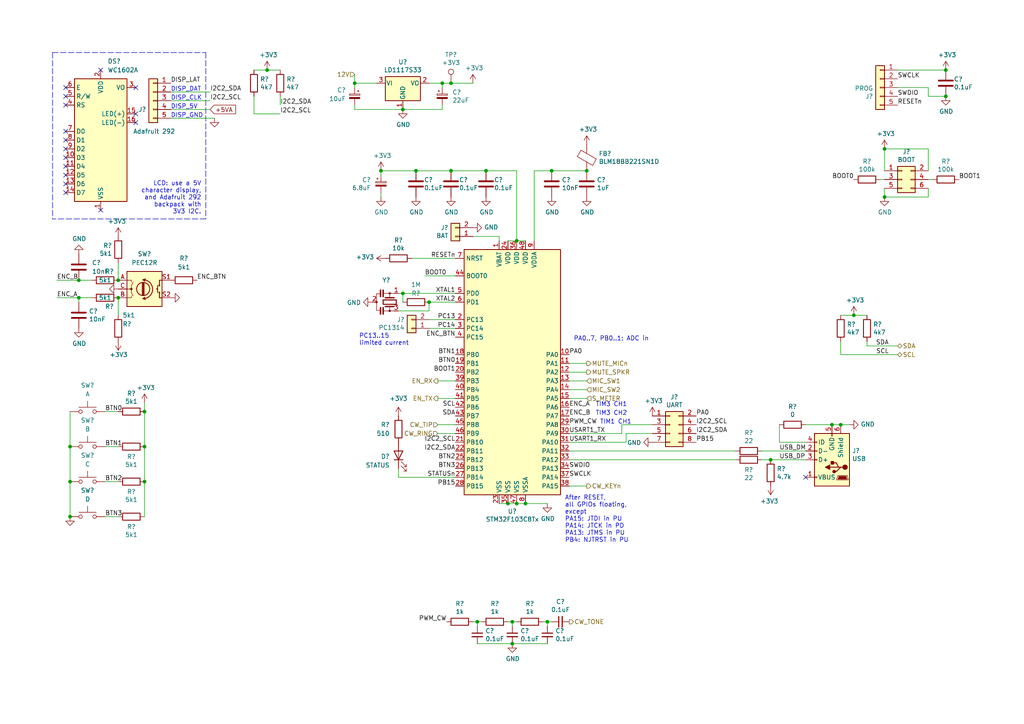
<source format=kicad_sch>
(kicad_sch (version 20211123) (generator eeschema)
  (paper "A4")
  (title_block (title "DART-70 TRX") (date "2023-01-22") (rev "0") (company "HB9EGM") (comment 1 "A 4m Band SSB/CW Transceiver"))
  (lib_symbols
    (symbol "Connector:TestPoint" (pin_numbers hide) (pin_names (offset 0.762) hide)
      (property "Reference" "TP" (at 0 6.858 0))
      (property "Value" "TestPoint" (at 0 5.08 0))
      (symbol "TestPoint_1_1"
        (pin passive line (at 0 0 90) (length 2.54) (name "1") (number "1"))
      )
    )
    (symbol "Connector:USB_B_Micro" (pin_names (offset 1.016))
      (property "Reference" "J" (at -5.08 11.43 0))
      (property "Value" "USB_B_Micro" (at -5.08 8.89 0))
      (symbol "USB_B_Micro_1_1"
        (pin power_out line (at 7.62 5.08 180) (length 2.54) (name "VBUS") (number "1"))
        (pin bidirectional line (at 7.62 -2.54 180) (length 2.54) (name "D-") (number "2"))
        (pin bidirectional line (at 7.62 0 180) (length 2.54) (name "D+") (number "3"))
        (pin passive line (at 7.62 -5.08 180) (length 2.54) (name "ID") (number "4"))
        (pin power_out line (at 0 -10.16 90) (length 2.54) (name "GND") (number "5"))
        (pin passive line (at -2.54 -10.16 90) (length 2.54) (name "Shield") (number "6"))
      )
    )
    (symbol "Connector_Generic:Conn_01x02" (pin_names (offset 1.016) hide)
      (property "Reference" "J" (at 0 2.54 0))
      (property "Value" "Conn_01x02" (at 0 -5.08 0))
      (symbol "Conn_01x02_1_1"
        (pin passive line (at -5.08 0 0) (length 3.81) (name "Pin_1") (number "1"))
        (pin passive line (at -5.08 -2.54 0) (length 3.81) (name "Pin_2") (number "2"))
      )
    )
    (symbol "Connector_Generic:Conn_01x05" (pin_names (offset 1.016) hide)
      (property "Reference" "J" (at 0 7.62 0))
      (property "Value" "Conn_01x05" (at 0 -7.62 0))
      (symbol "Conn_01x05_1_1"
        (pin passive line (at -5.08 5.08 0) (length 3.81) (name "Pin_1") (number "1"))
        (pin passive line (at -5.08 2.54 0) (length 3.81) (name "Pin_2") (number "2"))
        (pin passive line (at -5.08 0 0) (length 3.81) (name "Pin_3") (number "3"))
        (pin passive line (at -5.08 -2.54 0) (length 3.81) (name "Pin_4") (number "4"))
        (pin passive line (at -5.08 -5.08 0) (length 3.81) (name "Pin_5") (number "5"))
      )
    )
    (symbol "Connector_Generic:Conn_02x03_Odd_Even" (pin_names (offset 1.016) hide)
      (property "Reference" "J" (at 1.27 5.08 0))
      (property "Value" "Conn_02x03_Odd_Even" (at 1.27 -5.08 0))
      (symbol "Conn_02x03_Odd_Even_1_1"
        (pin passive line (at -5.08 2.54 0) (length 3.81) (name "Pin_1") (number "1"))
        (pin passive line (at 7.62 2.54 180) (length 3.81) (name "Pin_2") (number "2"))
        (pin passive line (at -5.08 0 0) (length 3.81) (name "Pin_3") (number "3"))
        (pin passive line (at 7.62 0 180) (length 3.81) (name "Pin_4") (number "4"))
        (pin passive line (at -5.08 -2.54 0) (length 3.81) (name "Pin_5") (number "5"))
        (pin passive line (at 7.62 -2.54 180) (length 3.81) (name "Pin_6") (number "6"))
      )
    )
    (symbol "Connector_Generic:Conn_02x04_Odd_Even" (pin_names (offset 1.016) hide)
      (property "Reference" "J" (at 1.27 5.08 0))
      (property "Value" "Conn_02x04_Odd_Even" (at 1.27 -7.62 0))
      (symbol "Conn_02x04_Odd_Even_1_1"
        (pin passive line (at -5.08 2.54 0) (length 3.81) (name "Pin_1") (number "1"))
        (pin passive line (at 7.62 2.54 180) (length 3.81) (name "Pin_2") (number "2"))
        (pin passive line (at -5.08 0 0) (length 3.81) (name "Pin_3") (number "3"))
        (pin passive line (at 7.62 0 180) (length 3.81) (name "Pin_4") (number "4"))
        (pin passive line (at -5.08 -2.54 0) (length 3.81) (name "Pin_5") (number "5"))
        (pin passive line (at 7.62 -2.54 180) (length 3.81) (name "Pin_6") (number "6"))
        (pin passive line (at -5.08 -5.08 0) (length 3.81) (name "Pin_7") (number "7"))
        (pin passive line (at 7.62 -5.08 180) (length 3.81) (name "Pin_8") (number "8"))
      )
    )
    (symbol "Device:C" (pin_numbers hide) (pin_names (offset 0.254))
      (property "Reference" "C" (at 0.635 2.54 0))
      (property "Value" "C" (at 0.635 -2.54 0))
      (symbol "C_1_1"
        (pin passive line (at 0 3.81 270) (length 2.794) (name "~") (number "1"))
        (pin passive line (at 0 -3.81 90) (length 2.794) (name "~") (number "2"))
      )
    )
    (symbol "Device:C_Polarized_Small" (pin_numbers hide) (pin_names (offset 0.254) hide)
      (property "Reference" "C" (at 0.254 1.778 0))
      (property "Value" "C_Polarized_Small" (at 0.254 -2.032 0))
      (symbol "C_Polarized_Small_1_1"
        (pin passive line (at 0 2.54 270) (length 1.8542) (name "~") (number "1"))
        (pin passive line (at 0 -2.54 90) (length 1.8542) (name "~") (number "2"))
      )
    )
    (symbol "Device:C_Small" (pin_numbers hide) (pin_names (offset 0.254) hide)
      (property "Reference" "C" (at 0.254 1.778 0))
      (property "Value" "C_Small" (at 0.254 -2.032 0))
      (symbol "C_Small_1_1"
        (pin passive line (at 0 2.54 270) (length 2.032) (name "~") (number "1"))
        (pin passive line (at 0 -2.54 90) (length 2.032) (name "~") (number "2"))
      )
    )
    (symbol "Device:Ferrite_Bead" (pin_numbers hide) (pin_names (offset 0))
      (property "Reference" "FB" (at -3.81 0.635 90))
      (property "Value" "Device_Ferrite_Bead" (at 3.81 0 90))
      (symbol "Ferrite_Bead_1_1"
        (pin passive line (at 0 3.81 270) (length 2.54) (name "~") (number "1"))
        (pin passive line (at 0 -3.81 90) (length 2.54) (name "~") (number "2"))
      )
    )
    (symbol "Device:LED" (pin_numbers hide) (pin_names (offset 1.016) hide)
      (property "Reference" "D" (at 0 2.54 0))
      (property "Value" "LED" (at 0 -2.54 0))
      (symbol "LED_1_1"
        (pin passive line (at -3.81 0 0) (length 2.54) (name "K") (number "1"))
        (pin passive line (at 3.81 0 180) (length 2.54) (name "A") (number "2"))
      )
    )
    (symbol "Device:R" (pin_numbers hide) (pin_names (offset 0))
      (property "Reference" "R" (at 2.032 0 90))
      (property "Value" "R" (at 0 0 90))
      (symbol "R_1_1"
        (pin passive line (at 0 3.81 270) (length 1.27) (name "~") (number "1"))
        (pin passive line (at 0 -3.81 90) (length 1.27) (name "~") (number "2"))
      )
    )
    (symbol "Device:RotaryEncoder_Switch" (pin_names (offset 0.254) hide)
      (property "Reference" "SW" (at 0 6.604 0))
      (property "Value" "RotaryEncoder_Switch" (at 0 -6.604 0))
      (symbol "RotaryEncoder_Switch_1_1"
        (pin passive line (at -7.62 2.54 0) (length 2.54) (name "A") (number "A"))
        (pin passive line (at -7.62 -2.54 0) (length 2.54) (name "B") (number "B"))
        (pin passive line (at -7.62 0 0) (length 2.54) (name "C") (number "C"))
        (pin passive line (at 7.62 2.54 180) (length 2.54) (name "S1") (number "S1"))
        (pin passive line (at 7.62 -2.54 180) (length 2.54) (name "S2") (number "S2"))
      )
    )
    (symbol "Display_Character:WC1602A"
      (property "Reference" "DS" (at -5.842 19.05 0))
      (property "Value" "WC1602A" (at 5.334 19.05 0))
      (symbol "WC1602A_1_1"
        (pin power_in line (at 0 -20.32 90) (length 2.54) (name "VSS") (number "1"))
        (pin input line (at -10.16 -5.08 0) (length 2.54) (name "D3") (number "10"))
        (pin input line (at -10.16 -7.62 0) (length 2.54) (name "D4") (number "11"))
        (pin input line (at -10.16 -10.16 0) (length 2.54) (name "D5") (number "12"))
        (pin input line (at -10.16 -12.7 0) (length 2.54) (name "D6") (number "13"))
        (pin input line (at -10.16 -15.24 0) (length 2.54) (name "D7") (number "14"))
        (pin power_in line (at 10.16 7.62 180) (length 2.54) (name "LED(+)") (number "15"))
        (pin power_in line (at 10.16 5.08 180) (length 2.54) (name "LED(-)") (number "16"))
        (pin power_in line (at 0 20.32 270) (length 2.54) (name "VDD") (number "2"))
        (pin input line (at 10.16 15.24 180) (length 2.54) (name "VO") (number "3"))
        (pin input line (at -10.16 10.16 0) (length 2.54) (name "RS") (number "4"))
        (pin input line (at -10.16 12.7 0) (length 2.54) (name "R/W") (number "5"))
        (pin input line (at -10.16 15.24 0) (length 2.54) (name "E") (number "6"))
        (pin input line (at -10.16 2.54 0) (length 2.54) (name "D0") (number "7"))
        (pin input line (at -10.16 0 0) (length 2.54) (name "D1") (number "8"))
        (pin input line (at -10.16 -2.54 0) (length 2.54) (name "D2") (number "9"))
      )
    )
    (symbol "MCU_ST_STM32F1:STM32F103C8Tx"
      (property "Reference" "U" (at -15.24 36.83 0))
      (property "Value" "STM32F103C8Tx" (at 7.62 36.83 0))
      (symbol "STM32F103C8Tx_1_1"
        (pin power_in line (at -5.08 38.1 270) (length 2.54) (name "VBAT") (number "1"))
        (pin bidirectional line (at 15.24 5.08 180) (length 2.54) (name "PA0") (number "10"))
        (pin bidirectional line (at 15.24 2.54 180) (length 2.54) (name "PA1") (number "11"))
        (pin bidirectional line (at 15.24 0 180) (length 2.54) (name "PA2") (number "12"))
        (pin bidirectional line (at 15.24 -2.54 180) (length 2.54) (name "PA3") (number "13"))
        (pin bidirectional line (at 15.24 -5.08 180) (length 2.54) (name "PA4") (number "14"))
        (pin bidirectional line (at 15.24 -7.62 180) (length 2.54) (name "PA5") (number "15"))
        (pin bidirectional line (at 15.24 -10.16 180) (length 2.54) (name "PA6") (number "16"))
        (pin bidirectional line (at 15.24 -12.7 180) (length 2.54) (name "PA7") (number "17"))
        (pin bidirectional line (at -17.78 5.08 0) (length 2.54) (name "PB0") (number "18"))
        (pin bidirectional line (at -17.78 2.54 0) (length 2.54) (name "PB1") (number "19"))
        (pin bidirectional line (at -17.78 15.24 0) (length 2.54) (name "PC13") (number "2"))
        (pin bidirectional line (at -17.78 0 0) (length 2.54) (name "PB2") (number "20"))
        (pin bidirectional line (at -17.78 -20.32 0) (length 2.54) (name "PB10") (number "21"))
        (pin bidirectional line (at -17.78 -22.86 0) (length 2.54) (name "PB11") (number "22"))
        (pin power_in line (at -5.08 -38.1 90) (length 2.54) (name "VSS") (number "23"))
        (pin power_in line (at -2.54 38.1 270) (length 2.54) (name "VDD") (number "24"))
        (pin bidirectional line (at -17.78 -25.4 0) (length 2.54) (name "PB12") (number "25"))
        (pin bidirectional line (at -17.78 -27.94 0) (length 2.54) (name "PB13") (number "26"))
        (pin bidirectional line (at -17.78 -30.48 0) (length 2.54) (name "PB14") (number "27"))
        (pin bidirectional line (at -17.78 -33.02 0) (length 2.54) (name "PB15") (number "28"))
        (pin bidirectional line (at 15.24 -15.24 180) (length 2.54) (name "PA8") (number "29"))
        (pin bidirectional line (at -17.78 12.7 0) (length 2.54) (name "PC14") (number "3"))
        (pin bidirectional line (at 15.24 -17.78 180) (length 2.54) (name "PA9") (number "30"))
        (pin bidirectional line (at 15.24 -20.32 180) (length 2.54) (name "PA10") (number "31"))
        (pin bidirectional line (at 15.24 -22.86 180) (length 2.54) (name "PA11") (number "32"))
        (pin bidirectional line (at 15.24 -25.4 180) (length 2.54) (name "PA12") (number "33"))
        (pin bidirectional line (at 15.24 -27.94 180) (length 2.54) (name "PA13") (number "34"))
        (pin power_in line (at -2.54 -38.1 90) (length 2.54) (name "VSS") (number "35"))
        (pin power_in line (at 0 38.1 270) (length 2.54) (name "VDD") (number "36"))
        (pin bidirectional line (at 15.24 -30.48 180) (length 2.54) (name "PA14") (number "37"))
        (pin bidirectional line (at 15.24 -33.02 180) (length 2.54) (name "PA15") (number "38"))
        (pin bidirectional line (at -17.78 -2.54 0) (length 2.54) (name "PB3") (number "39"))
        (pin bidirectional line (at -17.78 10.16 0) (length 2.54) (name "PC15") (number "4"))
        (pin bidirectional line (at -17.78 -5.08 0) (length 2.54) (name "PB4") (number "40"))
        (pin bidirectional line (at -17.78 -7.62 0) (length 2.54) (name "PB5") (number "41"))
        (pin bidirectional line (at -17.78 -10.16 0) (length 2.54) (name "PB6") (number "42"))
        (pin bidirectional line (at -17.78 -12.7 0) (length 2.54) (name "PB7") (number "43"))
        (pin input line (at -17.78 27.94 0) (length 2.54) (name "BOOT0") (number "44"))
        (pin bidirectional line (at -17.78 -15.24 0) (length 2.54) (name "PB8") (number "45"))
        (pin bidirectional line (at -17.78 -17.78 0) (length 2.54) (name "PB9") (number "46"))
        (pin power_in line (at 0 -38.1 90) (length 2.54) (name "VSS") (number "47"))
        (pin power_in line (at 2.54 38.1 270) (length 2.54) (name "VDD") (number "48"))
        (pin input line (at -17.78 22.86 0) (length 2.54) (name "PD0") (number "5"))
        (pin input line (at -17.78 20.32 0) (length 2.54) (name "PD1") (number "6"))
        (pin input line (at -17.78 33.02 0) (length 2.54) (name "NRST") (number "7"))
        (pin power_in line (at 2.54 -38.1 90) (length 2.54) (name "VSSA") (number "8"))
        (pin power_in line (at 5.08 38.1 270) (length 2.54) (name "VDDA") (number "9"))
      )
    )
    (symbol "Regulator_Linear:LD1117S33TR_SOT223" (pin_names (offset 0.254))
      (property "Reference" "U" (at -3.81 3.175 0))
      (property "Value" "LD1117S33TR_SOT223" (at 0 3.175 0))
      (symbol "LD1117S33TR_SOT223_1_1"
        (pin power_in line (at 0 -7.62 90) (length 2.54) (name "GND") (number "1"))
        (pin power_out line (at 7.62 0 180) (length 2.54) (name "VO") (number "2"))
        (pin power_in line (at -7.62 0 0) (length 2.54) (name "VI") (number "3"))
      )
    )
    (symbol "Switch:SW_Push" (pin_numbers hide) (pin_names (offset 1.016) hide)
      (property "Reference" "SW" (at 1.27 2.54 0))
      (property "Value" "SW_Push" (at 0 -1.524 0))
      (symbol "SW_Push_0_1"
        (pin passive line (at -5.08 0 0) (length 2.54) (name "1") (number "1"))
        (pin passive line (at 5.08 0 180) (length 2.54) (name "2") (number "2"))
      )
    )
    (symbol "mpb:CSTNE16M0V530000R0" (pin_names (offset 1.016) hide)
      (property "Reference" "Y" (at 3.175 1.905 0))
      (property "Value" "CSTNE16M0V530000R0" (at 3.175 0 0))
      (symbol "CSTNE16M0V530000R0_1_1"
        (pin passive line (at -2.54 2.54 270) (length 1.27) (name "1") (number "1"))
        (pin passive line (at 0 -5.08 90) (length 1.27) (name "2") (number "2"))
        (pin passive line (at 2.54 2.54 270) (length 1.27) (name "3") (number "3"))
      )
    )
    (symbol "power:+3.3V" (power) (pin_names (offset 0))
      (property "Value" "+3.3V" (at 0 3.556 0))
      (symbol "+3.3V_1_1"
        (pin power_in line (at 0 0 90) (length 0) hide (name "+3V3") (number "1"))
      )
    )
    (symbol "power:GND" (power) (pin_names (offset 0))
      (property "Value" "GND" (at 0 -3.81 0))
      (symbol "GND_1_1"
        (pin power_in line (at 0 0 270) (length 0) hide (name "GND") (number "1"))
      )
    )
  )
  (junction (at 34.29 81.28))
  (junction (at 223.52 133.35))
  (junction (at 102.87 24.13))
  (junction (at 149.86 69.85))
  (junction (at 20.32 139.7))
  (junction (at 243.84 123.19))
  (junction (at 124.46 87.63))
  (junction (at 130.81 49.53))
  (junction (at 22.86 81.28))
  (junction (at 110.49 49.53))
  (junction (at 256.54 43.18))
  (junction (at 20.32 129.54))
  (junction (at 149.86 146.05))
  (junction (at 147.32 146.05))
  (junction (at 120.65 49.53))
  (junction (at 160.02 49.53))
  (junction (at 148.59 186.69))
  (junction (at 138.43 180.34))
  (junction (at 22.86 86.36))
  (junction (at 158.75 180.34))
  (junction (at 116.84 85.09))
  (junction (at 247.65 91.44))
  (junction (at 128.27 24.13))
  (junction (at 241.3 123.19))
  (junction (at 256.54 57.15))
  (junction (at 140.97 49.53))
  (junction (at 41.91 129.54))
  (junction (at 148.59 180.34))
  (junction (at 41.91 139.7))
  (junction (at 152.4 146.05))
  (junction (at 20.32 149.86))
  (junction (at 34.29 86.36))
  (junction (at 116.84 31.75))
  (junction (at 41.91 119.38))
  (junction (at 274.32 20.32))
  (junction (at 170.18 49.53))
  (junction (at 77.47 20.32))
  (junction (at 274.32 27.94))
  (junction (at 130.81 24.13))
  (no_connect (at 19.05 30.48))
  (no_connect (at 19.05 25.4))
  (no_connect (at 39.37 33.02))
  (no_connect (at 233.68 138.43))
  (no_connect (at 19.05 45.72))
  (no_connect (at 19.05 40.64))
  (no_connect (at 39.37 35.56))
  (no_connect (at 29.21 20.32))
  (no_connect (at 19.05 38.1))
  (no_connect (at 19.05 53.34))
  (no_connect (at 19.05 43.18))
  (no_connect (at 29.21 60.96))
  (no_connect (at 19.05 48.26))
  (no_connect (at 19.05 55.88))
  (no_connect (at 19.05 27.94))
  (no_connect (at 39.37 25.4))
  (no_connect (at 19.05 50.8))
  (wire (pts (xy 165.1 133.35) (xy 213.36 133.35)))
  (wire (pts (xy 49.53 26.67) (xy 60.96 26.67)))
  (wire (pts (xy 34.29 91.44) (xy 34.29 86.36)))
  (wire (pts (xy 124.46 24.13) (xy 128.27 24.13)))
  (wire (pts (xy 119.38 74.93) (xy 132.08 74.93)))
  (wire (pts (xy 102.87 31.75) (xy 116.84 31.75)))
  (wire (pts (xy 247.65 91.44) (xy 251.46 91.44)))
  (wire (pts (xy 170.18 140.97) (xy 165.1 140.97)))
  (wire (pts (xy 22.86 87.63) (xy 22.86 86.36)))
  (wire (pts (xy 34.29 129.54) (xy 30.48 129.54)))
  (wire (pts (xy 165.1 130.81) (xy 213.36 130.81)))
  (wire (pts (xy 251.46 100.33) (xy 260.35 100.33)))
  (wire (pts (xy 127 115.57) (xy 132.08 115.57)))
  (wire (pts (xy 127 125.73) (xy 132.08 125.73)))
  (wire (pts (xy 110.49 55.88) (xy 110.49 57.15)))
  (wire (pts (xy 243.84 102.87) (xy 243.84 99.06)))
  (wire (pts (xy 130.81 49.53) (xy 140.97 49.53)))
  (wire (pts (xy 260.35 20.32) (xy 274.32 20.32)))
  (wire (pts (xy 189.23 125.73) (xy 181.61 125.73)))
  (wire (pts (xy 160.02 49.53) (xy 154.94 49.53)))
  (wire (pts (xy 269.24 25.4) (xy 269.24 27.94)))
  (wire (pts (xy 138.43 180.34) (xy 138.43 181.61)))
  (wire (pts (xy 223.52 133.35) (xy 233.68 133.35)))
  (wire (pts (xy 34.29 119.38) (xy 30.48 119.38)))
  (wire (pts (xy 127 123.19) (xy 132.08 123.19)))
  (wire (pts (xy 137.16 24.13) (xy 130.81 24.13)))
  (wire (pts (xy 77.47 20.32) (xy 81.28 20.32)))
  (wire (pts (xy 243.84 91.44) (xy 247.65 91.44)))
  (polyline (pts (xy 59.69 15.24) (xy 59.69 63.5)))
  (wire (pts (xy 120.65 49.53) (xy 130.81 49.53)))
  (wire (pts (xy 110.49 49.53) (xy 120.65 49.53)))
  (wire (pts (xy 102.87 24.13) (xy 102.87 25.4)))
  (wire (pts (xy 158.75 181.61) (xy 158.75 180.34)))
  (wire (pts (xy 73.66 20.32) (xy 77.47 20.32)))
  (wire (pts (xy 115.57 135.89) (xy 115.57 138.43)))
  (wire (pts (xy 148.59 186.69) (xy 158.75 186.69)))
  (polyline (pts (xy 15.24 15.24) (xy 59.69 15.24)))
  (wire (pts (xy 158.75 180.34) (xy 160.02 180.34)))
  (wire (pts (xy 160.02 49.53) (xy 170.18 49.53)))
  (wire (pts (xy 34.29 76.2) (xy 34.29 81.28)))
  (wire (pts (xy 124.46 92.71) (xy 132.08 92.71)))
  (wire (pts (xy 20.32 119.38) (xy 20.32 129.54)))
  (wire (pts (xy 260.35 25.4) (xy 269.24 25.4)))
  (wire (pts (xy 165.1 128.27) (xy 181.61 128.27)))
  (wire (pts (xy 128.27 24.13) (xy 130.81 24.13)))
  (wire (pts (xy 170.18 113.03) (xy 165.1 113.03)))
  (wire (pts (xy 41.91 119.38) (xy 41.91 116.84)))
  (wire (pts (xy 34.29 139.7) (xy 30.48 139.7)))
  (wire (pts (xy 102.87 30.48) (xy 102.87 31.75)))
  (wire (pts (xy 110.49 49.53) (xy 110.49 50.8)))
  (wire (pts (xy 226.06 128.27) (xy 233.68 128.27)))
  (wire (pts (xy 269.24 27.94) (xy 274.32 27.94)))
  (wire (pts (xy 256.54 57.15) (xy 269.24 57.15)))
  (wire (pts (xy 34.29 149.86) (xy 30.48 149.86)))
  (wire (pts (xy 124.46 90.17) (xy 124.46 87.63)))
  (wire (pts (xy 73.66 33.02) (xy 73.66 27.94)))
  (polyline (pts (xy 15.24 15.24) (xy 15.24 63.5)))
  (wire (pts (xy 165.1 125.73) (xy 180.34 125.73)))
  (wire (pts (xy 137.16 180.34) (xy 138.43 180.34)))
  (wire (pts (xy 243.84 102.87) (xy 260.35 102.87)))
  (wire (pts (xy 223.52 133.35) (xy 220.98 133.35)))
  (wire (pts (xy 140.97 49.53) (xy 149.86 49.53)))
  (wire (pts (xy 157.48 180.34) (xy 158.75 180.34)))
  (wire (pts (xy 147.32 146.05) (xy 144.78 146.05)))
  (wire (pts (xy 243.84 123.19) (xy 241.3 123.19)))
  (wire (pts (xy 144.78 68.58) (xy 137.16 68.58)))
  (wire (pts (xy 41.91 129.54) (xy 41.91 119.38)))
  (wire (pts (xy 255.27 52.07) (xy 256.54 52.07)))
  (wire (pts (xy 170.18 110.49) (xy 165.1 110.49)))
  (wire (pts (xy 102.87 21.59) (xy 102.87 24.13)))
  (wire (pts (xy 49.53 31.75) (xy 60.96 31.75)))
  (wire (pts (xy 20.32 139.7) (xy 20.32 149.86)))
  (wire (pts (xy 81.28 33.02) (xy 73.66 33.02)))
  (wire (pts (xy 148.59 180.34) (xy 149.86 180.34)))
  (wire (pts (xy 22.86 81.28) (xy 26.67 81.28)))
  (wire (pts (xy 124.46 87.63) (xy 132.08 87.63)))
  (wire (pts (xy 124.46 90.17) (xy 115.57 90.17)))
  (wire (pts (xy 115.57 138.43) (xy 132.08 138.43)))
  (wire (pts (xy 220.98 130.81) (xy 233.68 130.81)))
  (wire (pts (xy 144.78 69.85) (xy 144.78 68.58)))
  (wire (pts (xy 149.86 69.85) (xy 147.32 69.85)))
  (wire (pts (xy 256.54 49.53) (xy 256.54 43.18)))
  (wire (pts (xy 269.24 49.53) (xy 269.24 43.18)))
  (wire (pts (xy 124.46 95.25) (xy 132.08 95.25)))
  (wire (pts (xy 116.84 87.63) (xy 116.84 85.09)))
  (wire (pts (xy 152.4 146.05) (xy 149.86 146.05)))
  (wire (pts (xy 149.86 49.53) (xy 149.86 69.85)))
  (wire (pts (xy 181.61 125.73) (xy 181.61 128.27)))
  (wire (pts (xy 116.84 85.09) (xy 115.57 85.09)))
  (wire (pts (xy 152.4 69.85) (xy 149.86 69.85)))
  (wire (pts (xy 49.53 29.21) (xy 60.96 29.21)))
  (wire (pts (xy 170.18 115.57) (xy 165.1 115.57)))
  (wire (pts (xy 22.86 81.28) (xy 16.51 81.28)))
  (wire (pts (xy 180.34 123.19) (xy 189.23 123.19)))
  (wire (pts (xy 269.24 57.15) (xy 269.24 54.61)))
  (wire (pts (xy 102.87 24.13) (xy 109.22 24.13)))
  (wire (pts (xy 81.28 30.48) (xy 81.28 27.94)))
  (wire (pts (xy 128.27 24.13) (xy 128.27 25.4)))
  (wire (pts (xy 116.84 31.75) (xy 128.27 31.75)))
  (wire (pts (xy 154.94 49.53) (xy 154.94 69.85)))
  (wire (pts (xy 26.67 86.36) (xy 22.86 86.36)))
  (wire (pts (xy 269.24 43.18) (xy 256.54 43.18)))
  (wire (pts (xy 148.59 181.61) (xy 148.59 180.34)))
  (wire (pts (xy 147.32 180.34) (xy 148.59 180.34)))
  (wire (pts (xy 246.38 123.19) (xy 243.84 123.19)))
  (wire (pts (xy 49.53 34.29) (xy 62.23 34.29)))
  (wire (pts (xy 16.51 86.36) (xy 22.86 86.36)))
  (wire (pts (xy 132.08 85.09) (xy 116.84 85.09)))
  (wire (pts (xy 138.43 186.69) (xy 148.59 186.69)))
  (wire (pts (xy 158.75 146.05) (xy 152.4 146.05)))
  (wire (pts (xy 170.18 105.41) (xy 165.1 105.41)))
  (wire (pts (xy 226.06 123.19) (xy 226.06 128.27)))
  (wire (pts (xy 138.43 180.34) (xy 139.7 180.34)))
  (wire (pts (xy 180.34 125.73) (xy 180.34 123.19)))
  (wire (pts (xy 127 110.49) (xy 132.08 110.49)))
  (polyline (pts (xy 59.69 63.5) (xy 15.24 63.5)))
  (wire (pts (xy 41.91 149.86) (xy 41.91 139.7)))
  (wire (pts (xy 256.54 57.15) (xy 256.54 54.61)))
  (wire (pts (xy 123.19 80.01) (xy 132.08 80.01)))
  (wire (pts (xy 41.91 139.7) (xy 41.91 129.54)))
  (wire (pts (xy 251.46 100.33) (xy 251.46 99.06)))
  (wire (pts (xy 170.18 107.95) (xy 165.1 107.95)))
  (wire (pts (xy 128.27 30.48) (xy 128.27 31.75)))
  (wire (pts (xy 149.86 146.05) (xy 147.32 146.05)))
  (wire (pts (xy 270.51 52.07) (xy 269.24 52.07)))
  (wire (pts (xy 241.3 123.19) (xy 233.68 123.19)))
  (wire (pts (xy 20.32 129.54) (xy 20.32 139.7)))
  (text "TODO\n\n\nDone\nReplace connector by footprints for buttons, encoder and display\nCheck how I finally did CW on Picardy 2020\nAdd cable between main board and control" (at 1.27 -15.24 0) (effects (font (size 3 3)) (justify left bottom)))
  (text "DISP_5V" (at 49.53 31.75 0) (effects (font (size 1.27 1.27)) (justify left bottom)))
  (text "DISP_GND" (at 49.53 34.29 0) (effects (font (size 1.27 1.27)) (justify left bottom)))
  (text "After RESET,\nall GPIOs floating,\nexcept\nPA15: JTDI in PU\nPA14: JTCK in PD\nPA13: JTMS in PU\nPB4: NJTRST in PU" (at 163.83 157.48 0) (effects (font (size 1.27 1.27)) (justify left bottom)))
  (text "TIM1 CH1" (at 173.99 123.19 0) (effects (font (size 1.27 1.27)) (justify left bottom)))
  (text "Comment from picardy:\n\nLow pass filter for CW sidetone,\nfinally unused. STATUS LED replaced\nby piezo buzzer instead." (at -53.34 -16.51 0) (effects (font (size 1.27 1.27)) (justify left bottom)))
  (text "TIM3 CH1" (at 172.72 118.11 0) (effects (font (size 1.27 1.27)) (justify left bottom)))
  (text "LCD: use a 5V\ncharacter display,\nand Adafruit 292\nbackpack with\n3V3 I2C.\n" (at 58.42 62.23 180) (effects (font (size 1.27 1.27)) (justify right bottom)))
  (text "TIM3 CH2" (at 172.72 120.65 0) (effects (font (size 1.27 1.27)) (justify left bottom)))
  (text "PC13..15\nlimited current" (at 104.14 100.33 0) (effects (font (size 1.27 1.27)) (justify left bottom)))
  (text "DISP_DAT" (at 49.53 26.67 0) (effects (font (size 1.27 1.27)) (justify left bottom)))
  (text "PA0..7, PB0..1: ADC in" (at 166.37 99.06 0) (effects (font (size 1.27 1.27)) (justify left bottom)))
  (text "DISP_CLK" (at 49.53 29.21 0) (effects (font (size 1.27 1.27)) (justify left bottom)))
  (label "USB_DP" (at 226.06 133.35 0))
  (label "USART1_RX" (at 165.1 128.27 0))
  (label "SDA" (at 132.08 120.65 180))
  (label "BTN1" (at 132.08 102.87 180))
  (label "PB15" (at 201.93 128.27 0))
  (label "I2C2_SDA" (at 81.28 30.48 0))
  (label "BOOT1" (at 278.13 52.07 0))
  (label "BTN2" (at 132.08 133.35 180))
  (label "I2C2_SDA" (at 201.93 125.73 0))
  (label "USB_DM" (at 226.06 130.81 0))
  (label "PB15" (at 132.08 140.97 180))
  (label "SWDIO" (at 165.1 135.89 0))
  (label "ENC_BTN" (at 132.08 97.79 180))
  (label "I2C2_SCL" (at 201.93 123.19 0))
  (label "SCL" (at 132.08 118.11 180))
  (label "XTAL2" (at 132.08 87.63 180))
  (label "ENC_B" (at 16.51 81.28 0))
  (label "I2C2_SCL" (at 81.28 33.02 0))
  (label "I2C2_SDA" (at 132.08 130.81 180))
  (label "SDA" (at 257.81 100.33 180))
  (label "BTN0" (at 132.08 105.41 180))
  (label "SCL" (at 257.81 102.87 180))
  (label "ENC_BTN" (at 57.15 81.28 0))
  (label "ENC_A" (at 165.1 118.11 0))
  (label "XTAL1" (at 132.08 85.09 180))
  (label "ENC_B" (at 165.1 120.65 0))
  (label "STATUSn" (at 132.08 138.43 180))
  (label "BTN2" (at 30.48 139.7 0))
  (label "RESETn" (at 260.35 30.48 0))
  (label "PWM_CW" (at 165.1 123.19 0))
  (label "BOOT0" (at 123.19 80.01 0))
  (label "DISP_LAT" (at 49.53 24.13 0))
  (label "PC14" (at 132.08 95.25 180))
  (label "PA0" (at 165.1 102.87 0))
  (label "SWCLK" (at 260.35 22.86 0))
  (label "PC13" (at 132.08 92.71 180))
  (label "SWCLK" (at 165.1 138.43 0))
  (label "BTN3" (at 30.48 149.86 0))
  (label "BTN0" (at 30.48 119.38 0))
  (label "BOOT1" (at 132.08 107.95 180))
  (label "I2C2_SCL" (at 60.96 29.21 0))
  (label "PWM_CW" (at 129.54 180.34 180))
  (label "SWDIO" (at 260.35 27.94 0))
  (label "USART1_TX" (at 165.1 125.73 0))
  (label "I2C2_SDA" (at 60.96 26.67 0))
  (label "RESETn" (at 132.08 74.93 180))
  (label "I2C2_SCL" (at 132.08 128.27 180))
  (label "PA0" (at 201.93 120.65 0))
  (label "BTN3" (at 132.08 135.89 180))
  (label "ENC_A" (at 16.51 86.36 0))
  (label "BTN1" (at 30.48 129.54 0))
  (label "BOOT0" (at 247.65 52.07 180))
  (global_label "+5VA" (shape input) (at 60.96 31.75 0) (property "Intersheet References" "${INTERSHEET_REFS}" (effects hide)))
  (hierarchical_label "MIC_SW2" (shape input) (at 170.18 113.03 0))
  (hierarchical_label "SDA" (shape bidirectional) (at 260.35 100.33 0))
  (hierarchical_label "12V" (shape input) (at 102.87 21.59 180))
  (hierarchical_label "CW_RING" (shape input) (at 127 125.73 180))
  (hierarchical_label "MIC_SW1" (shape input) (at 170.18 110.49 0))
  (hierarchical_label "SCL" (shape bidirectional) (at 260.35 102.87 0))
  (hierarchical_label "EN_TX" (shape output) (at 127 115.57 180))
  (hierarchical_label "MUTE_SPKR" (shape output) (at 170.18 107.95 0))
  (hierarchical_label "CW_KEYn" (shape output) (at 170.18 140.97 0))
  (hierarchical_label "EN_RX" (shape output) (at 127 110.49 180))
  (hierarchical_label "CW_TIP" (shape input) (at 127 123.19 180))
  (hierarchical_label "S_METER" (shape input) (at 170.18 115.57 0))
  (hierarchical_label "CW_TONE" (shape output) (at 165.1 180.34 0))
  (hierarchical_label "MUTE_MICn" (shape output) (at 170.18 105.41 0))
  (symbol (lib_id "Device:R") (at 115.57 74.93 90) (unit 1)
    (property "Reference" "R?" (at 115.57 69.6722 90))
    (property "Value" "10k" (at 115.57 71.9836 90))
    (property "Footprint" "Resistor_SMD:R_0603_1608Metric_Pad1.05x0.95mm_HandSolder" (effects hide))
  )
  (symbol (lib_id "Device:Ferrite_Bead") (at 170.18 45.72 180) (unit 1)
    (property "Reference" "FB?" (at 173.6598 44.5516 0) (effects (justify right)))
    (property "Value" "BLM18BB221SN1D" (at 173.6598 46.863 0) (effects (justify right)))
    (property "Footprint" "Inductor_SMD:L_0603_1608Metric_Pad1.05x0.95mm_HandSolder" (effects hide))
    (property "MPN" "BLM18BB221SN1D" (effects hide))
  )
  (symbol (lib_id "Device:R") (at 133.35 180.34 270) (unit 1)
    (property "Reference" "R?" (at 133.35 175.0822 90))
    (property "Value" "1k" (at 133.35 177.3936 90))
    (property "Footprint" "Resistor_SMD:R_0603_1608Metric_Pad1.05x0.95mm_HandSolder" (effects hide))
  )
  (symbol (lib_id "Device:C_Small") (at 148.59 184.15 0) (unit 1)
    (property "Reference" "C?" (at 150.9268 182.9816 0) (effects (justify left)))
    (property "Value" "0.1uF" (at 150.9268 185.293 0) (effects (justify left)))
    (property "Footprint" "Capacitor_SMD:C_0603_1608Metric_Pad1.05x0.95mm_HandSolder" (effects hide))
    (property "MPN" "GRM188R71H104KA93D" (effects hide))
  )
  (symbol (lib_id "Device:R") (at 143.51 180.34 270) (unit 1)
    (property "Reference" "R?" (at 143.51 175.0822 90))
    (property "Value" "1k" (at 143.51 177.3936 90))
    (property "Footprint" "Resistor_SMD:R_0603_1608Metric_Pad1.05x0.95mm_HandSolder" (effects hide))
  )
  (symbol (lib_id "Device:C_Small") (at 138.43 184.15 0) (unit 1)
    (property "Reference" "C?" (at 140.7668 182.9816 0) (effects (justify left)))
    (property "Value" "0.1uF" (at 140.7668 185.293 0) (effects (justify left)))
    (property "Footprint" "Capacitor_SMD:C_0603_1608Metric_Pad1.05x0.95mm_HandSolder" (effects hide))
    (property "MPN" "GRM188R71H104KA93D" (effects hide))
  )
  (symbol (lib_id "Device:C_Small") (at 158.75 184.15 0) (unit 1)
    (property "Reference" "C?" (at 161.0868 182.9816 0) (effects (justify left)))
    (property "Value" "0.1uF" (at 161.0868 185.293 0) (effects (justify left)))
    (property "Footprint" "Capacitor_SMD:C_0603_1608Metric_Pad1.05x0.95mm_HandSolder" (effects hide))
    (property "MPN" "GRM188R71H104KA93D" (effects hide))
  )
  (symbol (lib_id "Device:R") (at 153.67 180.34 270) (unit 1)
    (property "Reference" "R?" (at 153.67 175.0822 90))
    (property "Value" "1k" (at 153.67 177.3936 90))
    (property "Footprint" "Resistor_SMD:R_0603_1608Metric_Pad1.05x0.95mm_HandSolder" (effects hide))
  )
  (symbol (lib_id "Device:C_Small") (at 162.56 180.34 90) (unit 1)
    (property "Reference" "C?" (at 162.56 174.5234 90))
    (property "Value" "0.1uF" (at 162.56 176.8348 90))
    (property "Footprint" "Capacitor_SMD:C_0603_1608Metric_Pad1.05x0.95mm_HandSolder" (effects hide))
    (property "MPN" "GRM188R71H104KA93D" (effects hide))
  )
  (symbol (lib_id "power:GND") (at 148.59 186.69 0) (unit 1)
    (property "Reference" "#PWR?" (effects hide))
    (property "Value" "GND" (at 148.717 191.0842 0))
  )
  (symbol (lib_id "Device:R") (at 243.84 95.25 0) (unit 1)
    (property "Reference" "R?" (at 245.618 94.0816 0) (effects (justify left)))
    (property "Value" "4k7" (at 245.618 96.393 0) (effects (justify left)))
    (property "Footprint" "Resistor_SMD:R_0603_1608Metric_Pad1.05x0.95mm_HandSolder" (effects hide))
  )
  (symbol (lib_id "Device:R") (at 251.46 95.25 0) (unit 1)
    (property "Reference" "R?" (at 253.238 94.0816 0) (effects (justify left)))
    (property "Value" "4k7" (at 253.238 96.393 0) (effects (justify left)))
    (property "Footprint" "Resistor_SMD:R_0603_1608Metric_Pad1.05x0.95mm_HandSolder" (effects hide))
  )
  (symbol (lib_id "power:+3.3V") (at 247.65 91.44 0) (unit 1)
    (property "Reference" "#PWR?" (effects hide))
    (property "Value" "+3.3V" (at 248.031 87.0458 0))
  )
  (symbol (lib_id "Device:R") (at 38.1 149.86 90) (unit 1)
    (property "Reference" "R?" (at 38.1 152.781 90))
    (property "Value" "5k1" (at 38.1 155.0924 90))
    (property "Footprint" "Resistor_SMD:R_0603_1608Metric_Pad1.05x0.95mm_HandSolder" (effects hide))
  )
  (symbol (lib_id "Device:R") (at 38.1 119.38 90) (unit 1)
    (property "Reference" "R?" (at 38.1 114.1222 90))
    (property "Value" "5k1" (at 38.1 116.4336 90))
    (property "Footprint" "Resistor_SMD:R_0603_1608Metric_Pad1.05x0.95mm_HandSolder" (effects hide))
  )
  (symbol (lib_id "MCU_ST_STM32F1:STM32F103C8Tx") (at 149.86 107.95 0) (unit 1)
    (property "Reference" "U?" (at 148.59 148.3106 0))
    (property "Value" "STM32F103C8Tx" (at 148.59 150.622 0))
    (property "Footprint" "Package_QFP:LQFP-48_7x7mm_P0.5mm" (effects hide))
    (property "Datasheet" "http://www.st.com/st-web-ui/static/active/en/resource/technical/document/datasheet/CD00161566.pdf" (effects hide))
    (property "MPN" "STM32F103C8T6" (effects hide))
  )
  (symbol (lib_id "Device:R") (at 251.46 52.07 270) (unit 1)
    (property "Reference" "R?" (at 251.46 46.8122 90))
    (property "Value" "100k" (at 251.46 49.1236 90))
    (property "Footprint" "Resistor_SMD:R_0603_1608Metric_Pad1.05x0.95mm_HandSolder" (effects hide))
  )
  (symbol (lib_id "Device:R") (at 217.17 130.81 270) (unit 1)
    (property "Reference" "R?" (at 217.17 125.5522 90))
    (property "Value" "22" (at 217.17 127.8636 90))
    (property "Footprint" "Resistor_SMD:R_0603_1608Metric_Pad1.05x0.95mm_HandSolder" (effects hide))
  )
  (symbol (lib_id "Device:R") (at 217.17 133.35 270) (unit 1)
    (property "Reference" "R?" (at 217.17 136.271 90))
    (property "Value" "22" (at 217.17 138.5824 90))
    (property "Footprint" "Resistor_SMD:R_0603_1608Metric_Pad1.05x0.95mm_HandSolder" (effects hide))
  )
  (symbol (lib_id "Device:R") (at 223.52 137.16 180) (unit 1)
    (property "Reference" "R?" (at 225.298 135.9916 0) (effects (justify right)))
    (property "Value" "4.7k" (at 225.298 138.303 0) (effects (justify right)))
    (property "Footprint" "Resistor_SMD:R_0603_1608Metric_Pad1.05x0.95mm_HandSolder" (effects hide))
  )
  (symbol (lib_id "power:+3.3V") (at 223.52 140.97 180) (unit 1)
    (property "Reference" "#PWR?" (effects hide))
    (property "Value" "+3.3V" (at 223.139 145.3642 0))
  )
  (symbol (lib_id "power:GND") (at 140.97 57.15 0) (unit 1)
    (property "Reference" "#PWR?" (effects hide))
    (property "Value" "GND" (at 141.097 61.5442 0))
  )
  (symbol (lib_id "power:GND") (at 130.81 57.15 0) (unit 1)
    (property "Reference" "#PWR?" (effects hide))
    (property "Value" "GND" (at 130.937 61.5442 0))
  )
  (symbol (lib_id "power:GND") (at 120.65 57.15 0) (unit 1)
    (property "Reference" "#PWR?" (effects hide))
    (property "Value" "GND" (at 120.777 61.5442 0))
  )
  (symbol (lib_id "power:+3.3V") (at 110.49 49.53 0) (unit 1)
    (property "Reference" "#PWR?" (effects hide))
    (property "Value" "+3.3V" (at 110.871 45.1358 0))
  )
  (symbol (lib_id "Device:C_Polarized_Small") (at 110.49 53.34 0) (unit 1)
    (property "Reference" "C?" (at 107.5944 52.1716 0) (effects (justify right)))
    (property "Value" "6.8uF" (at 107.5944 54.483 0) (effects (justify right)))
    (property "Footprint" "Capacitor_SMD:C_1206_3216Metric" (effects hide))
    (property "MPN" "Tantalum" (effects hide))
  )
  (symbol (lib_id "power:GND") (at 110.49 57.15 0) (unit 1)
    (property "Reference" "#PWR?" (effects hide))
    (property "Value" "GND" (at 110.617 61.5442 0))
  )
  (symbol (lib_id "Device:C") (at 120.65 53.34 0) (unit 1)
    (property "Reference" "C?" (at 122.9868 52.1716 0) (effects (justify left)))
    (property "Value" "0.1uF" (at 122.9868 54.483 0) (effects (justify left)))
    (property "Footprint" "Capacitor_SMD:C_0603_1608Metric_Pad1.05x0.95mm_HandSolder" (effects hide))
    (property "MPN" "GRM188R71H104KA93D" (effects hide))
  )
  (symbol (lib_id "Device:C") (at 130.81 53.34 0) (unit 1)
    (property "Reference" "C?" (at 133.1468 52.1716 0) (effects (justify left)))
    (property "Value" "0.1uF" (at 133.1468 54.483 0) (effects (justify left)))
    (property "Footprint" "Capacitor_SMD:C_0603_1608Metric_Pad1.05x0.95mm_HandSolder" (effects hide))
    (property "MPN" "GRM188R71H104KA93D" (effects hide))
  )
  (symbol (lib_id "Device:C") (at 140.97 53.34 0) (unit 1)
    (property "Reference" "C?" (at 143.3068 52.1716 0) (effects (justify left)))
    (property "Value" "0.1uF" (at 143.3068 54.483 0) (effects (justify left)))
    (property "Footprint" "Capacitor_SMD:C_0603_1608Metric_Pad1.05x0.95mm_HandSolder" (effects hide))
    (property "MPN" "GRM188R71H104KA93D" (effects hide))
  )
  (symbol (lib_id "Device:C") (at 160.02 53.34 180) (unit 1)
    (property "Reference" "C?" (at 162.941 52.1716 0) (effects (justify right)))
    (property "Value" "10nF" (at 162.941 54.483 0) (effects (justify right)))
    (property "Footprint" "Capacitor_SMD:C_0805_2012Metric" (effects hide))
    (property "MPN" "VJ0805A103KXJTBC" (effects hide))
  )
  (symbol (lib_id "power:GND") (at 160.02 57.15 0) (unit 1)
    (property "Reference" "#PWR?" (effects hide))
    (property "Value" "GND" (at 160.147 61.5442 0))
  )
  (symbol (lib_id "power:GND") (at 170.18 57.15 0) (unit 1)
    (property "Reference" "#PWR?" (effects hide))
    (property "Value" "GND" (at 170.307 61.5442 0))
  )
  (symbol (lib_id "power:+3.3V") (at 170.18 41.91 0) (unit 1)
    (property "Reference" "#PWR?" (effects hide))
    (property "Value" "+3.3V" (at 170.561 37.5158 0))
  )
  (symbol (lib_id "Connector_Generic:Conn_01x02") (at 132.08 68.58 180) (unit 1)
    (property "Reference" "J?" (at 130.0734 66.04 0) (effects (justify left)))
    (property "Value" "BAT" (at 130.0734 68.3514 0) (effects (justify left)))
    (property "Footprint" "Connector_PinHeader_2.54mm:PinHeader_1x02_P2.54mm_Vertical" (effects hide))
  )
  (symbol (lib_id "power:GND") (at 137.16 66.04 90) (unit 1)
    (property "Reference" "#PWR?" (effects hide))
    (property "Value" "GND" (at 140.4112 65.913 90) (effects (justify right)))
  )
  (symbol (lib_id "power:GND") (at 158.75 146.05 0) (unit 1)
    (property "Reference" "#PWR?" (effects hide))
    (property "Value" "GND" (at 158.877 150.4442 0))
  )
  (symbol (lib_id "Connector:USB_B_Micro") (at 241.3 133.35 180) (unit 1)
    (property "Reference" "J?" (at 247.142 130.7338 0) (effects (justify right)))
    (property "Value" "USB" (at 247.142 133.0452 0) (effects (justify right)))
    (property "Footprint" "Connector_USB:USB_Micro-B_Molex-105017-0001" (effects hide))
    (property "MPN" "Molex 104017-0001" (effects hide))
  )
  (symbol (lib_id "power:GND") (at 246.38 123.19 90) (unit 1)
    (property "Reference" "#PWR?" (effects hide))
    (property "Value" "GND" (at 249.6312 123.063 90) (effects (justify right)))
  )
  (symbol (lib_id "Connector_Generic:Conn_01x05") (at 255.27 25.4 0) (mirror y) (unit 1)
    (property "Reference" "J?" (at 253.2634 27.94 0) (effects (justify left)))
    (property "Value" "PROG" (at 253.2634 25.6286 0) (effects (justify left)))
    (property "Footprint" "Connector_PinHeader_2.54mm:PinHeader_1x05_P2.54mm_Vertical" (effects hide))
  )
  (symbol (lib_id "Device:C") (at 274.32 24.13 0) (unit 1)
    (property "Reference" "C?" (at 276.6568 22.9616 0) (effects (justify left)))
    (property "Value" "0.1uF" (at 276.6568 25.273 0) (effects (justify left)))
    (property "Footprint" "Capacitor_SMD:C_0603_1608Metric_Pad1.05x0.95mm_HandSolder" (effects hide))
    (property "MPN" "GRM188R71H104KA93D" (effects hide))
  )
  (symbol (lib_id "power:GND") (at 274.32 27.94 0) (unit 1)
    (property "Reference" "#PWR?" (effects hide))
    (property "Value" "GND" (at 274.447 32.3342 0))
  )
  (symbol (lib_id "power:+3.3V") (at 274.32 20.32 0) (unit 1)
    (property "Reference" "#PWR?" (effects hide))
    (property "Value" "+3.3V" (at 274.701 15.9258 0))
  )
  (symbol (lib_id "Device:R") (at 274.32 52.07 90) (unit 1)
    (property "Reference" "R?" (at 274.32 46.8122 90))
    (property "Value" "100k" (at 274.32 49.1236 90))
    (property "Footprint" "Resistor_SMD:R_0603_1608Metric_Pad1.05x0.95mm_HandSolder" (effects hide))
  )
  (symbol (lib_id "Connector_Generic:Conn_02x03_Odd_Even") (at 261.62 52.07 0) (unit 1)
    (property "Reference" "J?" (at 262.89 44.0182 0))
    (property "Value" "BOOT" (at 262.89 46.3296 0))
    (property "Footprint" "Connector_PinHeader_2.54mm:PinHeader_2x03_P2.54mm_Vertical" (effects hide))
  )
  (symbol (lib_id "power:GND") (at 256.54 57.15 0) (unit 1)
    (property "Reference" "#PWR?" (effects hide))
    (property "Value" "GND" (at 256.667 61.5442 0))
  )
  (symbol (lib_id "power:+3.3V") (at 256.54 43.18 0) (unit 1)
    (property "Reference" "#PWR?" (effects hide))
    (property "Value" "+3.3V" (at 256.921 38.7858 0))
  )
  (symbol (lib_id "Connector_Generic:Conn_01x02") (at 119.38 95.25 180) (unit 1)
    (property "Reference" "J?" (at 117.3734 92.71 0) (effects (justify left)))
    (property "Value" "PC1314" (at 117.3734 95.0214 0) (effects (justify left)))
    (property "Footprint" "Connector_PinHeader_2.54mm:PinHeader_1x02_P2.54mm_Vertical" (effects hide))
  )
  (symbol (lib_id "Device:R") (at 73.66 24.13 0) (unit 1)
    (property "Reference" "R?" (at 75.438 22.9616 0) (effects (justify left)))
    (property "Value" "4k7" (at 75.438 25.273 0) (effects (justify left)))
    (property "Footprint" "Resistor_SMD:R_0603_1608Metric_Pad1.05x0.95mm_HandSolder" (effects hide))
  )
  (symbol (lib_id "Device:R") (at 81.28 24.13 0) (unit 1)
    (property "Reference" "R?" (at 83.058 22.9616 0) (effects (justify left)))
    (property "Value" "4k7" (at 83.058 25.273 0) (effects (justify left)))
    (property "Footprint" "Resistor_SMD:R_0603_1608Metric_Pad1.05x0.95mm_HandSolder" (effects hide))
  )
  (symbol (lib_id "power:+3.3V") (at 77.47 20.32 0) (unit 1)
    (property "Reference" "#PWR?" (effects hide))
    (property "Value" "+3.3V" (at 77.851 15.9258 0))
  )
  (symbol (lib_id "Connector_Generic:Conn_02x04_Odd_Even") (at 194.31 123.19 0) (unit 1)
    (property "Reference" "J?" (at 195.58 115.1382 0))
    (property "Value" "UART" (at 195.58 117.4496 0))
    (property "Footprint" "Connector_PinHeader_2.54mm:PinHeader_2x04_P2.54mm_Vertical" (effects hide))
  )
  (symbol (lib_id "power:+3.3V") (at 189.23 120.65 0) (unit 1)
    (property "Reference" "#PWR?" (effects hide))
    (property "Value" "+3.3V" (at 189.611 116.2558 0))
  )
  (symbol (lib_id "power:GND") (at 189.23 128.27 270) (unit 1)
    (property "Reference" "#PWR?" (effects hide))
    (property "Value" "GND" (at 185.9788 128.397 90) (effects (justify right)))
  )
  (symbol (lib_id "Device:R") (at 53.34 81.28 90) (unit 1)
    (property "Reference" "R?" (at 53.34 74.93 90))
    (property "Value" "5k1" (at 53.34 77.47 90))
    (property "Footprint" "Resistor_SMD:R_0603_1608Metric_Pad1.05x0.95mm_HandSolder" (effects hide))
  )
  (symbol (lib_id "power:+3.3V") (at 41.91 116.84 0) (unit 1)
    (property "Reference" "#PWR?" (effects hide))
    (property "Value" "+3.3V" (at 42.291 112.4458 0))
  )
  (symbol (lib_id "power:+3.3V") (at 111.76 74.93 90) (unit 1)
    (property "Reference" "#PWR?" (effects hide))
    (property "Value" "+3.3V" (at 108.5088 74.549 90) (effects (justify left)))
  )
  (symbol (lib_id "Device:C") (at 170.18 53.34 180) (unit 1)
    (property "Reference" "C?" (at 173.101 52.1716 0) (effects (justify right)))
    (property "Value" "1uF" (at 173.101 54.483 0) (effects (justify right)))
    (property "Footprint" "Capacitor_SMD:C_0805_2012Metric" (effects hide))
    (property "MPN" "08055C105JAT2A" (effects hide))
  )
  (symbol (lib_id "mpb:CSTNE16M0V530000R0") (at 113.03 87.63 270) (unit 1)
    (property "Reference" "Y?" (at 112.0267 81.28 90))
    (property "Value" "CSTNE16M0V530000R0" (effects hide))
    (property "Footprint" "Crystal:Resonator_SMD_muRata_CSTxExxV-3Pin_3.0x1.1mm" (effects hide))
    (property "MPN" "CSTNE16M0V530000R0" (effects hide))
  )
  (symbol (lib_id "power:GND") (at 107.95 87.63 270) (unit 1)
    (property "Reference" "#PWR?" (effects hide))
    (property "Value" "GND" (at 104.6988 87.757 90) (effects (justify right)))
  )
  (symbol (lib_id "Device:R") (at 120.65 87.63 90) (unit 1)
    (property "Reference" "R?" (at 120.65 85.09 90))
    (property "Value" "1M" (at 120.65 82.55 90))
    (property "Footprint" "Resistor_SMD:R_0603_1608Metric_Pad1.05x0.95mm_HandSolder" (effects hide))
  )
  (symbol (lib_id "Device:LED") (at 115.57 132.08 90) (unit 1)
    (property "Reference" "D?" (at 113.03 132.3974 90) (effects (justify left)))
    (property "Value" "STATUS" (at 113.03 134.9374 90) (effects (justify left)))
    (property "Footprint" "LED_THT:LED_D5.0mm" (effects hide))
  )
  (symbol (lib_id "Device:R") (at 115.57 124.46 0) (unit 1)
    (property "Reference" "R?" (at 113.03 123.1899 0) (effects (justify right)))
    (property "Value" "510" (at 113.03 125.7299 0) (effects (justify right)))
    (property "Footprint" "Resistor_SMD:R_0603_1608Metric_Pad1.05x0.95mm_HandSolder" (effects hide))
  )
  (symbol (lib_id "power:+3.3V") (at 115.57 120.65 0) (unit 1)
    (property "Reference" "#PWR?" (effects hide))
    (property "Value" "+3.3V" (at 115.57 115.57 0))
  )
  (symbol (lib_id "Device:R") (at 229.87 123.19 270) (unit 1)
    (property "Reference" "R?" (at 229.87 117.9322 90))
    (property "Value" "0" (at 229.87 120.2436 90))
    (property "Footprint" "Resistor_SMD:R_0603_1608Metric_Pad1.05x0.95mm_HandSolder" (effects hide))
  )
  (symbol (lib_id "power:GND") (at 34.29 83.82 270) (unit 1)
    (property "Reference" "#PWR?" (effects hide))
    (property "Value" "GND" (effects hide))
  )
  (symbol (lib_id "Regulator_Linear:LD1117S33TR_SOT223") (at 116.84 24.13 0) (unit 1)
    (property "Reference" "U?" (at 116.84 17.9832 0))
    (property "Value" "LD1117S33" (at 116.84 20.2946 0))
    (property "Footprint" "Package_TO_SOT_SMD:SOT-223-3_TabPin2" (effects hide))
    (property "Datasheet" "http://www.st.com/st-web-ui/static/active/en/resource/technical/document/datasheet/CD00000544.pdf" (effects hide))
    (property "MPN" "LD1117S33CTR" (effects hide))
  )
  (symbol (lib_id "power:GND") (at 22.86 95.25 0) (unit 1)
    (property "Reference" "#PWR?" (effects hide))
    (property "Value" "GND" (at 22.987 99.6442 0))
  )
  (symbol (lib_id "Device:RotaryEncoder_Switch") (at 41.91 83.82 0) (unit 1)
    (property "Reference" "SW?" (at 41.91 73.66 0))
    (property "Value" "PEC12R" (at 41.91 76.2 0))
    (property "MPN" "PEC12R-4022F-S0024 " (effects hide))
  )
  (symbol (lib_id "Display_Character:WC1602A") (at 29.21 40.64 0) (unit 1)
    (property "Reference" "DS?" (at 31.2294 17.78 0) (effects (justify left)))
    (property "Value" "WC1602A" (at 31.2294 20.32 0) (effects (justify left)))
    (property "Footprint" "Display:WC1602A" (effects hide))
    (property "Datasheet" "http://www.wincomlcd.com/pdf/WC1602A-SFYLYHTC06.pdf" (effects hide))
  )
  (symbol (lib_id "power:GND") (at 22.86 73.66 0) (mirror x) (unit 1)
    (property "Reference" "#PWR?" (effects hide))
    (property "Value" "GND" (at 22.987 69.2658 0))
  )
  (symbol (lib_id "Connector:TestPoint") (at 130.81 24.13 0) (unit 1)
    (property "Reference" "TP?" (at 130.81 15.875 0))
    (property "Value" "+3V3" (at 130.81 18.1864 0))
    (property "Footprint" "TestPoint:TestPoint_Pad_D1.5mm" (effects hide))
  )
  (symbol (lib_id "Device:C") (at 22.86 91.44 0) (unit 1)
    (property "Reference" "C?" (at 25.781 90.2716 0) (effects (justify left)))
    (property "Value" "10nF" (at 25.781 92.583 0) (effects (justify left)))
    (property "Footprint" "Capacitor_SMD:C_0805_2012Metric" (effects hide))
    (property "MPN" "VJ0805A103KXJTBC" (effects hide))
  )
  (symbol (lib_id "power:+3.3V") (at 34.29 68.58 0) (mirror y) (unit 1)
    (property "Reference" "#PWR?" (effects hide))
    (property "Value" "+3.3V" (at 33.909 64.1858 0))
  )
  (symbol (lib_id "Switch:SW_Push") (at 25.4 119.38 0) (unit 1)
    (property "Reference" "SW?" (at 25.4 111.76 0))
    (property "Value" "A" (at 25.4 114.3 0))
    (property "Footprint" "Button_Switch_THT:SW_PUSH_6mm" (effects hide))
    (property "MPN" "FSM8JH" (effects hide))
  )
  (symbol (lib_id "Device:C") (at 22.86 77.47 0) (mirror y) (unit 1)
    (property "Reference" "C?" (at 26.67 76.1999 0) (effects (justify right)))
    (property "Value" "10nF" (at 26.67 78.7399 0) (effects (justify right)))
    (property "Footprint" "Capacitor_SMD:C_0805_2012Metric" (effects hide))
    (property "MPN" "VJ0805A103KXJTBC" (effects hide))
  )
  (symbol (lib_id "Connector_Generic:Conn_01x05") (at 44.45 29.21 0) (mirror y) (unit 1)
    (property "Reference" "J?" (at 42.4434 31.75 0) (effects (justify left)))
    (property "Value" "Adafruit 292" (at 50.8 38.1 0) (effects (justify left)))
    (property "Footprint" "Connector_PinHeader_2.54mm:PinHeader_1x05_P2.54mm_Vertical" (effects hide))
  )
  (symbol (lib_id "Switch:SW_Push") (at 25.4 149.86 0) (unit 1)
    (property "Reference" "SW?" (at 25.4 142.24 0))
    (property "Value" "D" (at 25.4 144.78 0))
    (property "Footprint" "Button_Switch_THT:SW_PUSH_6mm" (effects hide))
    (property "MPN" "FSM8JH" (effects hide))
  )
  (symbol (lib_id "power:GND") (at 116.84 31.75 0) (unit 1)
    (property "Reference" "#PWR?" (effects hide))
    (property "Value" "GND" (at 116.967 36.1442 0))
  )
  (symbol (lib_id "Device:C_Polarized_Small") (at 102.87 27.94 0) (mirror y) (unit 1)
    (property "Reference" "C?" (at 100.33 26.1238 0) (effects (justify left)))
    (property "Value" "10uF" (at 100.33 28.6638 0) (effects (justify left)))
    (property "Footprint" "Capacitor_SMD:C_1210_3225Metric_Pad1.42x2.65mm_HandSolder" (effects hide))
    (property "MPN" "TAJA106K016RNJ" (effects hide))
  )
  (symbol (lib_id "Device:R") (at 34.29 95.25 0) (unit 1)
    (property "Reference" "R?" (at 35.56 93.98 0) (effects (justify left)))
    (property "Value" "5k1" (at 35.56 91.44 0) (effects (justify left)))
    (property "Footprint" "Resistor_SMD:R_0603_1608Metric_Pad1.05x0.95mm_HandSolder" (effects hide))
  )
  (symbol (lib_id "Device:R") (at 30.48 86.36 90) (unit 1)
    (property "Reference" "R?" (at 31.75 88.9 90))
    (property "Value" "5k1" (at 30.48 86.36 90))
    (property "Footprint" "Resistor_SMD:R_0603_1608Metric_Pad1.05x0.95mm_HandSolder" (effects hide))
  )
  (symbol (lib_id "Switch:SW_Push") (at 25.4 129.54 0) (unit 1)
    (property "Reference" "SW?" (at 25.4 121.92 0))
    (property "Value" "B" (at 25.4 124.46 0))
    (property "Footprint" "Button_Switch_THT:SW_PUSH_6mm" (effects hide))
    (property "MPN" "FSM8JH" (effects hide))
  )
  (symbol (lib_id "power:GND") (at 49.53 86.36 90) (unit 1)
    (property "Reference" "#PWR?" (effects hide))
    (property "Value" "GND" (effects hide))
  )
  (symbol (lib_id "Device:C_Polarized_Small") (at 128.27 27.94 0) (unit 1)
    (property "Reference" "C?" (at 131.191 26.7716 0) (effects (justify left)))
    (property "Value" "22uF" (at 131.191 29.083 0) (effects (justify left)))
    (property "Footprint" "Capacitor_SMD:C_1210_3225Metric_Pad1.42x2.65mm_HandSolder" (effects hide))
    (property "MPN" "stash tantalum" (effects hide))
  )
  (symbol (lib_id "power:GND") (at 62.23 34.29 0) (unit 1)
    (property "Reference" "#PWR?" (effects hide))
    (property "Value" "GND" (effects hide))
  )
  (symbol (lib_id "Switch:SW_Push") (at 25.4 139.7 0) (unit 1)
    (property "Reference" "SW?" (at 25.4 132.08 0))
    (property "Value" "C" (at 25.4 134.62 0))
    (property "Footprint" "Button_Switch_THT:SW_PUSH_6mm" (effects hide))
    (property "MPN" "FSM8JH" (effects hide))
  )
  (symbol (lib_id "Device:R") (at 34.29 72.39 0) (mirror x) (unit 1)
    (property "Reference" "R?" (at 32.512 71.2216 0) (effects (justify right)))
    (property "Value" "5k1" (at 32.512 73.533 0) (effects (justify right)))
    (property "Footprint" "Resistor_SMD:R_0603_1608Metric_Pad1.05x0.95mm_HandSolder" (effects hide))
  )
  (symbol (lib_id "Device:R") (at 38.1 139.7 90) (unit 1)
    (property "Reference" "R?" (at 38.1 142.621 90))
    (property "Value" "5k1" (at 38.1 144.9324 90))
    (property "Footprint" "Resistor_SMD:R_0603_1608Metric_Pad1.05x0.95mm_HandSolder" (effects hide))
  )
  (symbol (lib_id "power:GND") (at 20.32 149.86 0) (unit 1)
    (property "Reference" "#PWR?" (effects hide))
    (property "Value" "GND" (effects hide))
  )
  (symbol (lib_id "power:+3.3V") (at 34.29 99.06 180) (unit 1)
    (property "Reference" "#PWR?" (effects hide))
    (property "Value" "+3.3V" (at 31.75 102.87 0) (effects (justify right)))
  )
  (symbol (lib_id "power:+3.3V") (at 137.16 24.13 0) (unit 1)
    (property "Reference" "#PWR?" (effects hide))
    (property "Value" "+3.3V" (at 137.541 19.7358 0))
  )
  (symbol (lib_id "Device:R") (at 38.1 129.54 90) (unit 1)
    (property "Reference" "R?" (at 38.1 132.461 90))
    (property "Value" "5k1" (at 38.1 134.7724 90))
    (property "Footprint" "Resistor_SMD:R_0603_1608Metric_Pad1.05x0.95mm_HandSolder" (effects hide))
  )
  (symbol (lib_id "Device:R") (at 30.48 81.28 270) (mirror x) (unit 1)
    (property "Reference" "R?" (at 31.75 78.74 90))
    (property "Value" "5k1" (at 30.48 81.28 90))
    (property "Footprint" "Resistor_SMD:R_0603_1608Metric_Pad1.05x0.95mm_HandSolder" (effects hide))
  )
)
</source>
